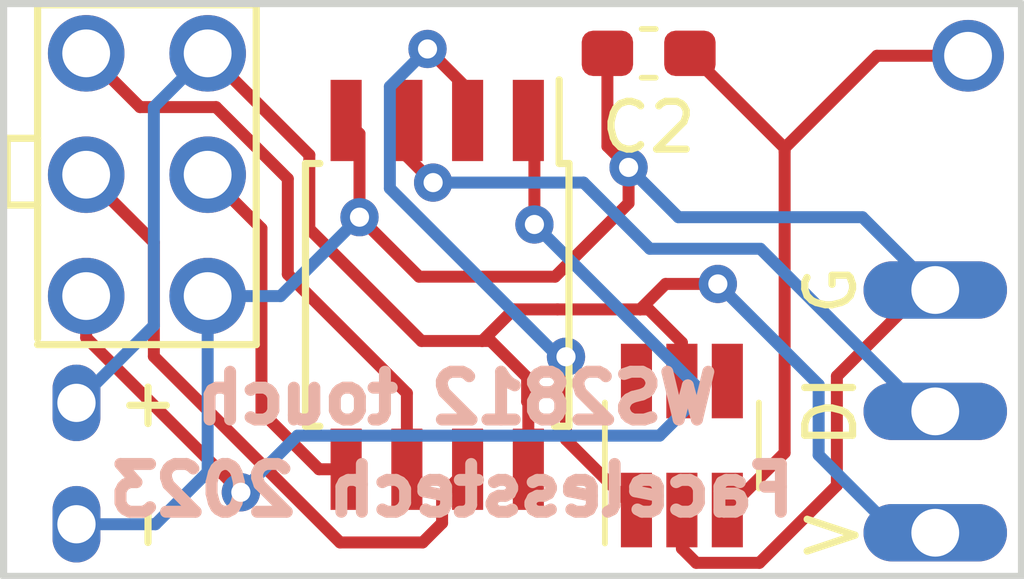
<source format=kicad_pcb>
(kicad_pcb (version 20221018) (generator pcbnew)
  (layers (0 "F.Cu" signal) (31 "B.Cu" signal) (34 "B.Paste" user) (35 "F.Paste" user) (36 "B.SilkS" user "B.Silkscreen") (37 "F.SilkS" user "F.Silkscreen") (38 "B.Mask" user) (39 "F.Mask" user) (44 "Edge.Cuts" user))
  (net 0 "")
  (net 1 "Net-(D1-VSS)")
  (net 2 "Net-(D1-DIN)")
  (net 3 "Net-(J1-MISO)")
  (net 4 "Net-(J1-MOSI)")
  (net 5 "Net-(J1-~{RST})")
  (net 6 "Net-(U2-XTAL1{slash}PB3)")
  (net 7 "Net-(D1-VDD)")
  (net 8 "Net-(J1-SCK)")
  (net 9 "Net-(U4-I)")
  (footprint "arduino:attiny85_arduino" (layer "F.Cu") (at 132.0292 76.6064 -90)
    (fp_text reference "U2" hide)
    (fp_text value "ATtiny85-20SU" hide)
    (fp_line (start -2.75 -2.755) (end -2.75 -2.55) (stroke (width 0.15)) (layer "F.SilkS"))
    (fp_line (start -2.75 -2.755) (end 2.75 -2.755) (stroke (width 0.15)) (layer "F.SilkS"))
    (fp_line (start -2.75 -2.55) (end -4.5 -2.55) (stroke (width 0.15)) (layer "F.SilkS"))
    (fp_line (start -2.75 2.755) (end -2.75 2.455) (stroke (width 0.15)) (layer "F.SilkS"))
    (fp_line (start -2.75 2.755) (end 2.75 2.755) (stroke (width 0.15)) (layer "F.SilkS"))
    (fp_line (start 2.75 -2.755) (end 2.75 -2.455) (stroke (width 0.15)) (layer "F.SilkS"))
    (fp_line (start 2.75 2.755) (end 2.75 2.455) (stroke (width 0.15)) (layer "F.SilkS"))
    (pad "1" smd rect locked (at -3.65 -1.905 270) (size 1.7 0.65) (layers "F.Cu" "F.Paste" "F.Mask") (net 5 "Net-(J1-~{RST})"))
    (pad "2" smd rect locked (at -3.65 -0.635 270) (size 1.7 0.65) (layers "F.Cu" "F.Paste" "F.Mask") (net 6 "Net-(U2-XTAL1{slash}PB3)"))
    (pad "3" smd rect locked (at -3.65 0.635 270) (size 1.7 0.65) (layers "F.Cu" "F.Paste" "F.Mask") (net 2 "Net-(D1-DIN)"))
    (pad "4" smd rect locked (at -3.65 1.905 270) (size 1.7 0.65) (layers "F.Cu" "F.Paste" "F.Mask") (net 1 "Net-(D1-VSS)"))
    (pad "5" smd rect locked (at 3.65 1.905 270) (size 1.7 0.65) (layers "F.Cu" "F.Paste" "F.Mask") (net 4 "Net-(J1-MOSI)"))
    (pad "6" smd rect locked (at 3.65 0.635 270) (size 1.7 0.65) (layers "F.Cu" "F.Paste" "F.Mask") (net 3 "Net-(J1-MISO)"))
    (pad "7" smd rect locked (at 3.65 -0.635 270) (size 1.7 0.65) (layers "F.Cu" "F.Paste" "F.Mask") (net 8 "Net-(J1-SCK)"))
    (pad "8" smd rect locked (at 3.65 -1.905 270) (size 1.7 0.65) (layers "F.Cu" "F.Paste" "F.Mask") (net 7 "Net-(D1-VDD)"))
  )
  (footprint "battery_connector_custom:vcc_gnd_2pin_custom_thin" (layer "F.Cu") (at 124.4854 80.137 90)
    (fp_text reference "U1" hide)
    (fp_text value "battery_custom" hide)
    (fp_text user "+" (at 1.2192 1.4224 90) (layer "F.SilkS"))
    (fp_text user "-" (at -1.27 1.4224 90) (layer "F.SilkS"))
    (pad "1" thru_hole oval (at -1.27 0 90) (size 1.6 1) (drill 0.8) (layers "*.Cu" "*.Mask") (net 1 "Net-(D1-VSS)"))
    (pad "2" thru_hole oval (at 1.27 0 90) (size 1.6 1) (drill 0.8) (layers "*.Cu" "*.Mask") (net 7 "Net-(D1-VDD)"))
  )
  (footprint "LED_custom:ws2812_header_custom_strip_oval" (layer "F.Cu") (at 142.4432 79.0448 -90)
    (fp_text reference "D1" hide)
    (fp_text value "WS2812B" hide)
    (fp_text user "G" (at -2.54 2.1844 -90) (layer "F.SilkS"))
    (fp_text user "V" (at 2.5908 2.1336 -90) (layer "F.SilkS"))
    (fp_text user "DI" (at 0 2.1844 -90) (layer "F.SilkS"))
    (pad "1" thru_hole oval (at 2.54 0 270) (size 1.2 3) (drill 1) (layers "*.Cu" "*.Mask") (net 7 "Net-(D1-VDD)"))
    (pad "3" thru_hole oval (at -2.54 0 270) (size 1.2 3) (drill 1) (layers "*.Cu" "*.Mask") (net 1 "Net-(D1-VSS)"))
    (pad "4" thru_hole oval (at 0 0 270) (size 1.2 3) (drill 1) (layers "*.Cu" "*.Mask") (net 2 "Net-(D1-DIN)"))
  )
  (footprint "custom_connectors:1mm_test_point" (layer "F.Cu") (at 143.129 71.61276)
    (fp_text reference "TP2" hide)
    (fp_text value "TestPoint" hide)
    (pad "1" thru_hole circle (at 0 -0.01016) (size 1.5 1.5) (drill 1) (layers "*.Cu" "*.Mask") (net 9 "Net-(U4-I)"))
  )
  (footprint "Capacitor_SMD:C_0603_1608Metric_Pad1.08x0.95mm_HandSolder" (layer "F.Cu") (at 136.4499 71.5518)
    (fp_text reference "C2" (at -0.0011 1.5494) (layer "F.SilkS"))
    (fp_text value "C" hide)
    (fp_line (start -0.146267 -0.51) (end 0.146267 -0.51) (stroke (width 0.12)) (layer "F.SilkS"))
    (fp_line (start -0.146267 0.51) (end 0.146267 0.51) (stroke (width 0.12)) (layer "F.SilkS"))
    (pad "1" smd roundrect (at -0.8625 0) (size 1.075 0.95) (layers "F.Cu" "F.Paste" "F.Mask") (net 1 "Net-(D1-VSS)"))
    (pad "2" smd roundrect (at 0.8625 0) (size 1.075 0.95) (layers "F.Cu" "F.Paste" "F.Mask") (net 9 "Net-(U4-I)"))
  )
  (footprint "ISP_6pin_small_custom:ISP_6pin_small_custom" (layer "F.Cu") (at 125.9586 74.0918 90)
    (fp_text reference "J1" hide)
    (fp_text value "AVR-ISP-6" hide)
    (fp_line (start -3.556 2.286) (end -3.556 -2.286) (stroke (width 0.15)) (layer "F.SilkS"))
    (fp_line (start -3.429 -2.286) (end 3.556 -2.286) (stroke (width 0.15)) (layer "F.SilkS"))
    (fp_line (start -0.635 -2.286) (end -0.635 -2.921) (stroke (width 0.15)) (layer "F.SilkS"))
    (fp_line (start 0.762 -2.921) (end -0.635 -2.921) (stroke (width 0.15)) (layer "F.SilkS"))
    (fp_line (start 0.762 -2.921) (end 0.762 -2.286) (stroke (width 0.15)) (layer "F.SilkS"))
    (fp_line (start 3.556 -2.286) (end 3.556 2.286) (stroke (width 0.15)) (layer "F.SilkS"))
    (fp_line (start 3.556 2.286) (end -3.556 2.286) (stroke (width 0.15)) (layer "F.SilkS"))
    (pad "1" thru_hole circle (at 2.54 -1.27 90) (size 1.6 1.6) (drill 1) (layers "*.Cu" "*.Mask") (net 3 "Net-(J1-MISO)"))
    (pad "2" thru_hole circle (at 2.54 1.27 90) (size 1.6 1.6) (drill 1) (layers "*.Cu" "*.Mask") (net 7 "Net-(D1-VDD)"))
    (pad "3" thru_hole circle (at 0 -1.27 90) (size 1.6 1.6) (drill 1) (layers "*.Cu" "*.Mask") (net 8 "Net-(J1-SCK)"))
    (pad "4" thru_hole circle (at 0 1.27 90) (size 1.6 1.6) (drill 1) (layers "*.Cu" "*.Mask") (net 4 "Net-(J1-MOSI)"))
    (pad "5" thru_hole circle (at -2.54 -1.27 90) (size 1.6 1.6) (drill 1) (layers "*.Cu" "*.Mask") (net 5 "Net-(J1-~{RST})"))
    (pad "6" thru_hole circle (at -2.54 1.27 90) (size 1.6 1.6) (drill 1) (layers "*.Cu" "*.Mask") (net 1 "Net-(D1-VSS)"))
  )
  (footprint "Package_TO_SOT_SMD:SOT-23-6_Handsoldering" (layer "F.Cu") (at 137.1448 79.7598 90)
    (fp_text reference "U4" hide)
    (fp_text value "ttp-223" hide)
    (fp_line (start -0.9 1.61) (end 0.9 1.61) (stroke (width 0.12)) (layer "F.SilkS"))
    (fp_line (start 0.9 -1.61) (end -2.05 -1.61) (stroke (width 0.12)) (layer "F.SilkS"))
    (pad "1" smd rect (at -1.35 -0.95 90) (size 1.56 0.65) (layers "F.Cu" "F.Paste" "F.Mask") (net 6 "Net-(U2-XTAL1{slash}PB3)"))
    (pad "2" smd rect (at -1.35 0 90) (size 1.56 0.65) (layers "F.Cu" "F.Paste" "F.Mask") (net 1 "Net-(D1-VSS)"))
    (pad "3" smd rect (at -1.35 0.95 90) (size 1.56 0.65) (layers "F.Cu" "F.Paste" "F.Mask") (net 9 "Net-(U4-I)"))
    (pad "4" smd rect (at 1.35 0.95 90) (size 1.56 0.65) (layers "F.Cu" "F.Paste" "F.Mask"))
    (pad "5" smd rect (at 1.35 0 90) (size 1.56 0.65) (layers "F.Cu" "F.Paste" "F.Mask") (net 7 "Net-(D1-VDD)"))
    (pad "6" smd rect (at 1.35 -0.95 90) (size 1.56 0.65) (layers "F.Cu" "F.Paste" "F.Mask"))
  )
  (gr_rect (start 122.9614 70.5104) (end 144.2466 82.4992) (stroke (width 0.15)) (fill none) (layer "Edge.Cuts"))
  (gr_text "WS2812 touch" (at 132.4356 78.7654) (layer "B.SilkS") (effects (font (size 1 1) (thickness 0.25)) (justify mirror)))
  (gr_text "Facelesstech 2023" (at 132.334 80.6958) (layer "B.SilkS") (effects (font (size 1 1) (thickness 0.25)) (justify mirror)))
  (segment (start 137.4448 82.2148) (end 138.7652 82.2148) (width 0.25) (layer "F.Cu") (net 1))
  (segment (start 134.493 76.2254) (end 136.030074 74.688326) (width 0.25) (layer "F.Cu") (net 1))
  (segment (start 140.3858 80.5942) (end 140.3858 78.3082) (width 0.25) (layer "F.Cu") (net 1))
  (segment (start 130.4036 74.9808) (end 130.4036 73.2358) (width 0.25) (layer "F.Cu") (net 1))
  (segment (start 130.4036 73.2358) (end 130.1242 72.9564) (width 0.25) (layer "F.Cu") (net 1))
  (segment (start 130.4036 74.9808) (end 131.6482 76.2254) (width 0.25) (layer "F.Cu") (net 1))
  (segment (start 138.7652 82.2148) (end 140.3858 80.5942) (width 0.25) (layer "F.Cu") (net 1))
  (segment (start 137.1448 81.1098) (end 137.1448 81.9148) (width 0.25) (layer "F.Cu") (net 1))
  (segment (start 140.3858 78.3082) (end 142.1892 76.5048) (width 0.25) (layer "F.Cu") (net 1))
  (segment (start 142.1892 76.5048) (end 142.4432 76.5048) (width 0.25) (layer "F.Cu") (net 1))
  (segment (start 136.030074 74.688326) (end 136.030074 73.93896) (width 0.25) (layer "F.Cu") (net 1))
  (segment (start 135.5874 73.496286) (end 136.030074 73.93896) (width 0.25) (layer "F.Cu") (net 1))
  (segment (start 135.5874 71.5518) (end 135.5874 73.496286) (width 0.25) (layer "F.Cu") (net 1))
  (segment (start 131.6482 76.2254) (end 134.493 76.2254) (width 0.25) (layer "F.Cu") (net 1))
  (segment (start 137.1448 81.9148) (end 137.4448 82.2148) (width 0.25) (layer "F.Cu") (net 1))
  (via (at 136.030074 73.93896) (size 0.8) (drill 0.4) (layers "F.Cu" "B.Cu") (net 1))
  (via (at 130.4036 74.9808) (size 0.8) (drill 0.4) (layers "F.Cu" "B.Cu") (net 1))
  (segment (start 140.9192 74.9808) (end 142.4432 76.5048) (width 0.25) (layer "B.Cu") (net 1))
  (segment (start 128.7526 76.6318) (end 130.4036 74.9808) (width 0.25) (layer "B.Cu") (net 1))
  (segment (start 127.2286 76.6318) (end 128.7526 76.6318) (width 0.25) (layer "B.Cu") (net 1))
  (segment (start 136.030074 73.93896) (end 137.071914 74.9808) (width 0.25) (layer "B.Cu") (net 1))
  (segment (start 127.2286 80.3148) (end 126.1364 81.407) (width 0.25) (layer "B.Cu") (net 1))
  (segment (start 127.2286 76.6318) (end 127.2286 80.3148) (width 0.25) (layer "B.Cu") (net 1))
  (segment (start 137.071914 74.9808) (end 140.9192 74.9808) (width 0.25) (layer "B.Cu") (net 1))
  (segment (start 126.1364 81.407) (end 124.4854 81.407) (width 0.25) (layer "B.Cu") (net 1))
  (segment (start 131.3942 72.9564) (end 131.3942 73.707463) (width 0.25) (layer "F.Cu") (net 2))
  (segment (start 131.3942 73.707463) (end 131.943466 74.256729) (width 0.25) (layer "F.Cu") (net 2))
  (via (at 131.943466 74.256729) (size 0.8) (drill 0.4) (layers "F.Cu" "B.Cu") (net 2))
  (segment (start 142.4432 79.0448) (end 142.1892 79.0448) (width 0.25) (layer "B.Cu") (net 2))
  (segment (start 142.1892 79.0448) (end 138.7856 75.6412) (width 0.25) (layer "B.Cu") (net 2))
  (segment (start 136.4742 75.6412) (end 138.7856 75.6412) (width 0.25) (layer "B.Cu") (net 2))
  (segment (start 131.943466 74.256729) (end 135.089729 74.256729) (width 0.25) (layer "B.Cu") (net 2))
  (segment (start 135.089729 74.256729) (end 136.4742 75.6412) (width 0.25) (layer "B.Cu") (net 2))
  (segment (start 128.904543 76.174143) (end 131.3942 78.6638) (width 0.25) (layer "F.Cu") (net 3))
  (segment (start 125.8136 72.6768) (end 127.404591 72.6768) (width 0.25) (layer "F.Cu") (net 3))
  (segment (start 131.2672 80.1294) (end 131.3942 80.2564) (width 0.25) (layer "F.Cu") (net 3))
  (segment (start 131.3942 78.6638) (end 131.3942 80.2564) (width 0.25) (layer "F.Cu") (net 3))
  (segment (start 127.404591 72.6768) (end 128.904543 74.176751) (width 0.25) (layer "F.Cu") (net 3))
  (segment (start 128.904543 74.176751) (end 128.904543 76.174143) (width 0.25) (layer "F.Cu") (net 3))
  (segment (start 124.6886 71.5518) (end 125.8136 72.6768) (width 0.25) (layer "F.Cu") (net 3))
  (segment (start 129.5578 80.2564) (end 130.1242 80.2564) (width 0.25) (layer "F.Cu") (net 4))
  (segment (start 128.3536 79.0522) (end 129.5578 80.2564) (width 0.25) (layer "F.Cu") (net 4))
  (segment (start 128.3536 75.2168) (end 128.3536 79.0522) (width 0.25) (layer "F.Cu") (net 4))
  (segment (start 127.2286 74.0918) (end 128.3536 75.2168) (width 0.25) (layer "F.Cu") (net 4))
  (segment (start 134.0612 75.1332) (end 134.0612 73.0834) (width 0.25) (layer "F.Cu") (net 5))
  (segment (start 134.0612 73.0834) (end 133.9342 72.9564) (width 0.25) (layer "F.Cu") (net 5))
  (segment (start 124.6886 76.6318) (end 124.6886 77.504) (width 0.25) (layer "F.Cu") (net 5))
  (segment (start 124.6886 77.504) (end 127.9228 80.7382) (width 0.25) (layer "F.Cu") (net 5))
  (via (at 127.9228 80.7382) (size 0.8) (drill 0.4) (layers "F.Cu" "B.Cu") (net 5))
  (via (at 134.0612 75.1332) (size 0.8) (drill 0.4) (layers "F.Cu" "B.Cu") (net 5))
  (segment (start 137.5156 78.5876) (end 137.5156 78.7146) (width 0.25) (layer "B.Cu") (net 5))
  (segment (start 127.9228 80.7382) (end 129.1082 79.5528) (width 0.25) (layer "B.Cu") (net 5))
  (segment (start 129.1082 79.5528) (end 136.6774 79.5528) (width 0.25) (layer "B.Cu") (net 5))
  (segment (start 134.0612 75.1332) (end 137.5156 78.5876) (width 0.25) (layer "B.Cu") (net 5))
  (segment (start 136.6774 79.5528) (end 137.5156 78.7146) (width 0.25) (layer "B.Cu") (net 5))
  (segment (start 132.6642 72.2981) (end 131.826 71.4599) (width 0.25) (layer "F.Cu") (net 6))
  (segment (start 132.6642 72.9564) (end 132.6642 72.2981) (width 0.25) (layer "F.Cu") (net 6))
  (segment (start 136.1948 81.1098) (end 134.7216 79.6366) (width 0.25) (layer "F.Cu") (net 6))
  (segment (start 134.7216 79.6366) (end 134.7216 77.9018) (width 0.25) (layer "F.Cu") (net 6))
  (via (at 134.7216 77.9018) (size 0.8) (drill 0.4) (layers "F.Cu" "B.Cu") (net 6))
  (via (at 131.826 71.4599) (size 0.8) (drill 0.4) (layers "F.Cu" "B.Cu") (net 6))
  (segment (start 134.563232 77.9018) (end 134.7216 77.9018) (width 0.25) (layer "B.Cu") (net 6))
  (segment (start 131.0386 72.2473) (end 131.826 71.4599) (width 0.25) (layer "B.Cu") (net 6))
  (segment (start 131.0386 74.377168) (end 134.563232 77.9018) (width 0.25) (layer "B.Cu") (net 6))
  (segment (start 131.0386 74.377168) (end 131.0386 72.2473) (width 0.25) (layer "B.Cu") (net 6))
  (segment (start 137.1448 78.4098) (end 137.1448 77.6048) (width 0.25) (layer "F.Cu") (net 7))
  (segment (start 136.4512 76.9112) (end 136.271 76.9112) (width 0.25) (layer "F.Cu") (net 7))
  (segment (start 133.9342 78.867) (end 133.9342 80.2564) (width 0.25) (layer "F.Cu") (net 7))
  (segment (start 129.354543 73.677743) (end 129.354543 75.227143) (width 0.25) (layer "F.Cu") (net 7))
  (segment (start 131.699 77.5716) (end 132.969 77.5716) (width 0.25) (layer "F.Cu") (net 7))
  (segment (start 134.5438 76.9112) (end 133.6294 76.9112) (width 0.25) (layer "F.Cu") (net 7))
  (segment (start 133.6294 76.9112) (end 132.969 77.5716) (width 0.25) (layer "F.Cu") (net 7))
  (segment (start 137.1448 77.6048) (end 136.4512 76.9112) (width 0.25) (layer "F.Cu") (net 7))
  (segment (start 133.9088 78.3336) (end 133.9088 78.8416) (width 0.25) (layer "F.Cu") (net 7))
  (segment (start 129.354543 75.227143) (end 131.699 77.5716) (width 0.25) (layer "F.Cu") (net 7))
  (segment (start 127.2286 71.5518) (end 129.354543 73.677743) (width 0.25) (layer "F.Cu") (net 7))
  (segment (start 132.969 77.5716) (end 133.1468 77.5716) (width 0.25) (layer "F.Cu") (net 7))
  (segment (start 136.8044 76.3778) (end 136.271 76.9112) (width 0.25) (layer "F.Cu") (net 7))
  (segment (start 133.1468 77.5716) (end 133.9088 78.3336) (width 0.25) (layer "F.Cu") (net 7))
  (segment (start 137.8966 76.3778) (end 136.8044 76.3778) (width 0.25) (layer "F.Cu") (net 7))
  (segment (start 136.271 76.9112) (end 134.5438 76.9112) (width 0.25) (layer "F.Cu") (net 7))
  (segment (start 133.9088 78.8416) (end 133.9342 78.867) (width 0.25) (layer "F.Cu") (net 7))
  (via (at 137.8966 76.3778) (size 0.8) (drill 0.4) (layers "F.Cu" "B.Cu") (net 7))
  (segment (start 141.6304 81.5848) (end 142.4432 81.5848) (width 0.25) (layer "B.Cu") (net 7))
  (segment (start 124.4854 78.867) (end 126.1036 77.2488) (width 0.25) (layer "B.Cu") (net 7))
  (segment (start 137.8966 76.3778) (end 140.0048 78.486) (width 0.25) (layer "B.Cu") (net 7))
  (segment (start 126.1036 72.6768) (end 127.2286 71.5518) (width 0.25) (layer "B.Cu") (net 7))
  (segment (start 140.0048 79.9592) (end 141.6304 81.5848) (width 0.25) (layer "B.Cu") (net 7))
  (segment (start 126.1036 77.2488) (end 126.1036 72.6768) (width 0.25) (layer "B.Cu") (net 7))
  (segment (start 140.0048 78.486) (end 140.0048 79.9592) (width 0.25) (layer "B.Cu") (net 7))
  (segment (start 126.1036 75.5068) (end 126.1036 77.8944) (width 0.25) (layer "F.Cu") (net 8))
  (segment (start 126.1036 77.8944) (end 129.9972 81.788) (width 0.25) (layer "F.Cu") (net 8))
  (segment (start 131.7244 81.788) (end 132.1308 81.3816) (width 0.25) (layer "F.Cu") (net 8))
  (segment (start 124.6886 74.0918) (end 126.1036 75.5068) (width 0.25) (layer "F.Cu") (net 8))
  (segment (start 132.1308 80.7898) (end 132.6642 80.2564) (width 0.25) (layer "F.Cu") (net 8))
  (segment (start 129.9972 81.788) (end 131.7244 81.788) (width 0.25) (layer "F.Cu") (net 8))
  (segment (start 132.1308 81.3816) (end 132.1308 80.7898) (width 0.25) (layer "F.Cu") (net 8))
  (segment (start 139.2936 73.533) (end 139.2936 73.6092) (width 0.25) (layer "F.Cu") (net 9))
  (segment (start 139.2936 79.911) (end 138.0948 81.1098) (width 0.25) (layer "F.Cu") (net 9))
  (segment (start 137.3124 71.5518) (end 139.2936 73.533) (width 0.25) (layer "F.Cu") (net 9))
  (segment (start 141.224 71.6026) (end 139.2936 73.533) (width 0.25) (layer "F.Cu") (net 9))
  (segment (start 139.2936 73.6092) (end 139.2936 79.911) (width 0.25) (layer "F.Cu") (net 9))
  (segment (start 143.129 71.6026) (end 141.224 71.6026) (width 0.25) (layer "F.Cu") (net 9))
)
</source>
